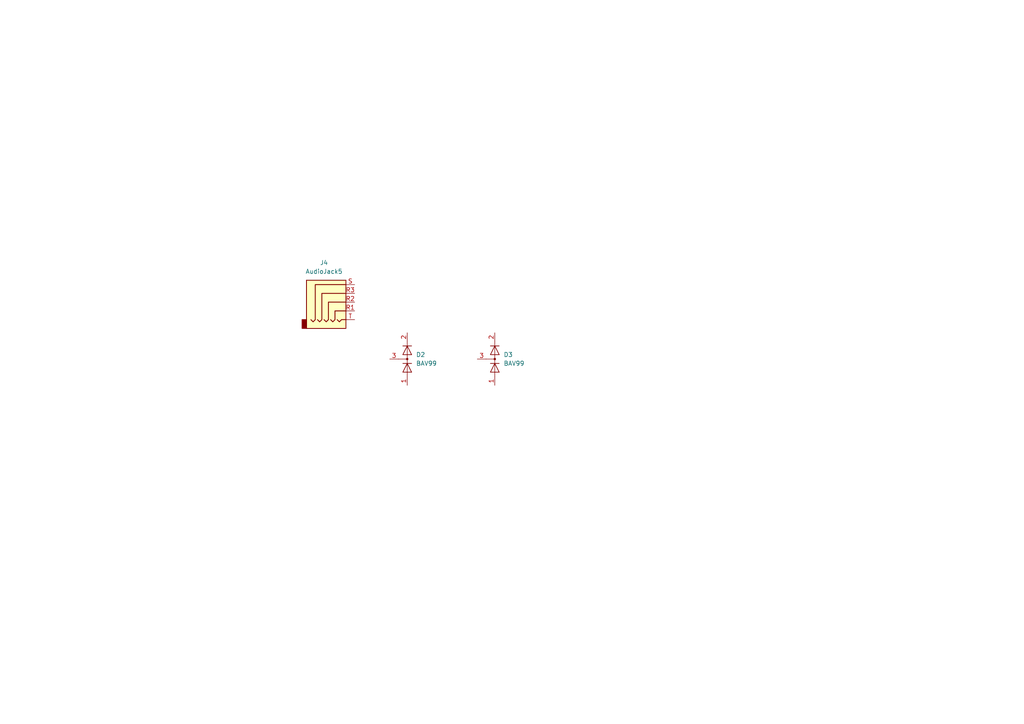
<source format=kicad_sch>
(kicad_sch (version 20231120) (generator "eeschema") (generator_version "8.0")
  (paper "A4")
  (title_block (title "Pi Compute Module 3 Minimum Viable Board") (date "2024-03-28") (rev "1") (company "Designed by: Kuro"))
  (lib_symbols
    (symbol "Connector_Audio:AudioJack5"
      (property "Reference" "J" (at 0 11.43 0))
      (property "Value" "AudioJack5" (at 0 8.89 0))
      (symbol "AudioJack5_0_1"
        (rectangle (start -8.89 -5.08) (end -10.16 -7.62) (stroke (width 0.254)) (fill (type outline)))
        (polyline (pts (xy 0 -5.08) (xy 0.635 -5.715) (xy 1.27 -5.08) (xy 2.54 -5.08)) (stroke (width 0.254)))
        (polyline (pts (xy -5.715 -5.08) (xy -5.08 -5.715) (xy -4.445 -5.08) (xy -4.445 2.54) (xy 2.54 2.54)) (stroke (width 0.254)))
        (polyline (pts (xy -1.905 -5.08) (xy -1.27 -5.715) (xy -0.635 -5.08) (xy -0.635 -2.54) (xy 2.54 -2.54)) (stroke (width 0.254)))
        (polyline (pts (xy 2.54 0) (xy -2.54 0) (xy -2.54 -5.08) (xy -3.175 -5.715) (xy -3.81 -5.08)) (stroke (width 0.254)))
        (polyline (pts (xy 2.54 5.08) (xy -6.35 5.08) (xy -6.35 -5.08) (xy -6.985 -5.715) (xy -7.62 -5.08)) (stroke (width 0.254)))
        (rectangle (start 2.54 6.35) (end -8.89 -7.62) (stroke (width 0.254)) (fill (type background)))
      )
      (symbol "AudioJack5_1_1"
        (pin passive line (at 5.08 -2.54 180) (length 2.54) (name "~") (number "R1"))
        (pin passive line (at 5.08 0 180) (length 2.54) (name "~") (number "R2"))
        (pin passive line (at 5.08 2.54 180) (length 2.54) (name "~") (number "R3"))
        (pin passive line (at 5.08 5.08 180) (length 2.54) (name "~") (number "S"))
        (pin passive line (at 5.08 -5.08 180) (length 2.54) (name "~") (number "T"))
      )
    )
    (symbol "Diode:BAV99" (pin_names hide)
      (property "Reference" "D" (at 0 5.08 0))
      (property "Value" "BAV99" (at 0 2.54 0))
      (symbol "BAV99_0_1"
        (polyline (pts (xy -5.08 0) (xy 5.08 0)))
      )
      (symbol "BAV99_1_1"
        (polyline (pts (xy 0 0) (xy 0 -2.54)))
        (polyline (pts (xy -1.27 -1.27) (xy -1.27 1.27) (xy -1.27 1.27)) (stroke (width 0.2032)))
        (polyline (pts (xy 3.81 1.27) (xy 3.81 -1.27) (xy 3.81 -1.27)) (stroke (width 0.2032)))
        (polyline (pts (xy -3.81 1.27) (xy -1.27 0) (xy -3.81 -1.27) (xy -3.81 1.27) (xy -3.81 1.27) (xy -3.81 1.27)) (stroke (width 0.2032)))
        (polyline (pts (xy 1.27 1.27) (xy 3.81 0) (xy 1.27 -1.27) (xy 1.27 1.27) (xy 1.27 1.27) (xy 1.27 1.27)) (stroke (width 0.2032)))
        (circle (center 0 0) (radius 0.254) (fill (type outline)))
        (pin passive line (at -7.62 0 0) (length 2.54) (name "K") (number "1"))
        (pin passive line (at 7.62 0 180) (length 2.54) (name "A") (number "2"))
        (pin passive line (at 0 -5.08 90) (length 2.54) (name "K") (number "3"))
      )
    )
  )
  (symbol (lib_id "Connector_Audio:AudioJack5") (at 97.79 87.63 0) (unit 1)
    (property "Reference" "J4" (at 93.98 76.2 0))
    (property "Value" "AudioJack5" (at 93.98 78.74 0))
    (property "Description" "Audio Jack, 5 Poles (TRRRS)" (effects (hide yes)))
  )
  (symbol (lib_id "Diode:BAV99") (at 118.11 104.14 270) (mirror x) (unit 1)
    (property "Reference" "D2" (at 120.65 102.8699 90) (effects (justify left)))
    (property "Value" "BAV99" (at 120.65 105.4099 90) (effects (justify left)))
    (property "Footprint" "Package_TO_SOT_SMD:SOT-23" (effects (hide yes)))
    (property "Datasheet" "https://assets.nexperia.com/documents/data-sheet/BAV99_SER.pdf" (effects (hide yes)))
    (property "Description" "BAV99 High-speed switching diodes, SOT-23" (effects (hide yes)))
  )
  (symbol (lib_id "Diode:BAV99") (at 143.51 104.14 270) (mirror x) (unit 1)
    (property "Reference" "D3" (at 146.05 102.8699 90) (effects (justify left)))
    (property "Value" "BAV99" (at 146.05 105.4099 90) (effects (justify left)))
    (property "Footprint" "Package_TO_SOT_SMD:SOT-23" (effects (hide yes)))
    (property "Datasheet" "https://assets.nexperia.com/documents/data-sheet/BAV99_SER.pdf" (effects (hide yes)))
    (property "Description" "BAV99 High-speed switching diodes, SOT-23" (effects (hide yes)))
  )
)
</source>
